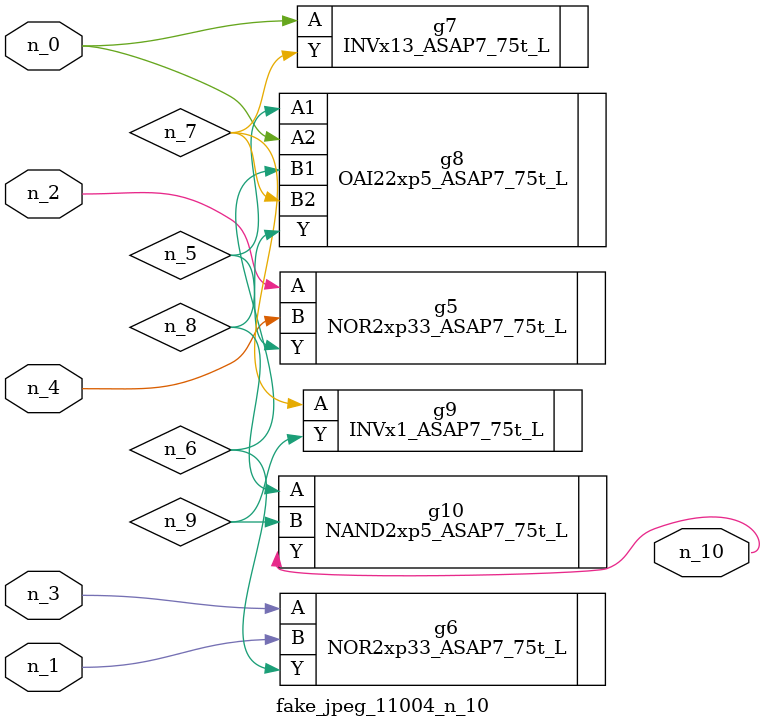
<source format=v>
module fake_jpeg_11004_n_10 (n_3, n_2, n_1, n_0, n_4, n_10);

input n_3;
input n_2;
input n_1;
input n_0;
input n_4;

output n_10;

wire n_8;
wire n_9;
wire n_6;
wire n_5;
wire n_7;

NOR2xp33_ASAP7_75t_L g5 ( 
.A(n_2),
.B(n_4),
.Y(n_5)
);

NOR2xp33_ASAP7_75t_L g6 ( 
.A(n_3),
.B(n_1),
.Y(n_6)
);

INVx13_ASAP7_75t_L g7 ( 
.A(n_0),
.Y(n_7)
);

OAI22xp5_ASAP7_75t_L g8 ( 
.A1(n_5),
.A2(n_0),
.B1(n_6),
.B2(n_7),
.Y(n_8)
);

NAND2xp5_ASAP7_75t_L g10 ( 
.A(n_8),
.B(n_9),
.Y(n_10)
);

INVx1_ASAP7_75t_L g9 ( 
.A(n_7),
.Y(n_9)
);


endmodule
</source>
